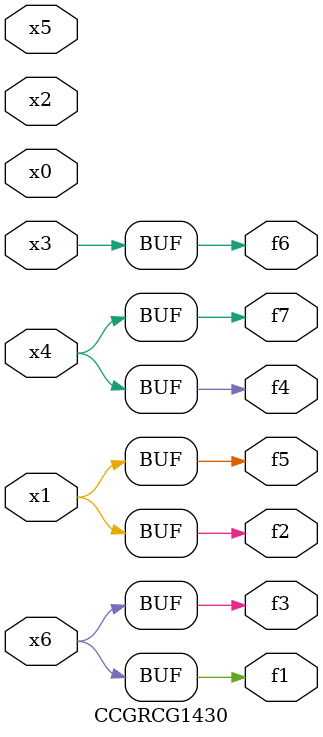
<source format=v>
module CCGRCG1430(
	input x0, x1, x2, x3, x4, x5, x6,
	output f1, f2, f3, f4, f5, f6, f7
);
	assign f1 = x6;
	assign f2 = x1;
	assign f3 = x6;
	assign f4 = x4;
	assign f5 = x1;
	assign f6 = x3;
	assign f7 = x4;
endmodule

</source>
